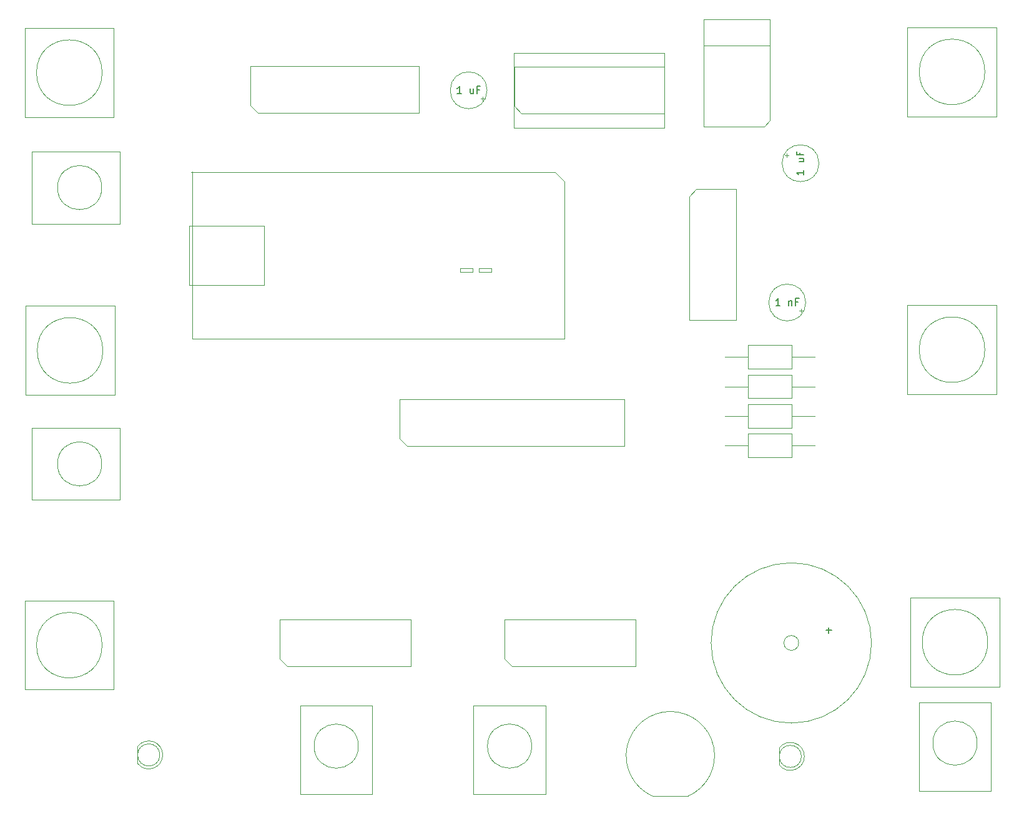
<source format=gbr>
G04 #@! TF.GenerationSoftware,KiCad,Pcbnew,(5.0.0)*
G04 #@! TF.CreationDate,2019-02-04T02:42:21+00:00*
G04 #@! TF.ProjectId,Maxime_Spikeling,4D6178696D655F5370696B656C696E67,rev?*
G04 #@! TF.SameCoordinates,Original*
G04 #@! TF.FileFunction,Other,Fab,Top*
%FSLAX46Y46*%
G04 Gerber Fmt 4.6, Leading zero omitted, Abs format (unit mm)*
G04 Created by KiCad (PCBNEW (5.0.0)) date 02/04/19 02:42:21*
%MOMM*%
%LPD*%
G01*
G04 APERTURE LIST*
%ADD10C,0.120000*%
%ADD11C,0.100000*%
%ADD12C,0.150000*%
G04 APERTURE END LIST*
D10*
G04 #@! TO.C,*
X85660000Y-59250000D02*
X87410000Y-59250000D01*
X87410000Y-59250000D02*
X87410000Y-59750000D01*
X87410000Y-59750000D02*
X85660000Y-59750000D01*
X85660000Y-59750000D02*
X85660000Y-59250000D01*
D11*
X116735000Y-49530000D02*
X117735000Y-48530000D01*
X116735000Y-66310000D02*
X116735000Y-49530000D01*
X123085000Y-66310000D02*
X116735000Y-66310000D01*
X123085000Y-48530000D02*
X123085000Y-66310000D01*
X117735000Y-48530000D02*
X123085000Y-48530000D01*
X48940000Y-53500000D02*
X48940000Y-61500000D01*
X59100000Y-61495000D02*
X48940000Y-61495000D01*
X59150000Y-61500000D02*
X59150000Y-53480000D01*
X48940000Y-53495000D02*
X59100000Y-53495000D01*
X49350000Y-68760000D02*
X49350000Y-46160000D01*
X49240000Y-46170000D02*
X98550000Y-46170000D01*
X98550000Y-46170000D02*
X99820000Y-47440000D01*
X99820000Y-47440000D02*
X99820000Y-68760000D01*
X99820000Y-68780000D02*
X49350000Y-68780000D01*
G04 #@! TO.C,Digital In 1*
X37145000Y-32700000D02*
G75*
G03X37145000Y-32700000I-4445000J0D01*
G01*
X26660000Y-26660000D02*
X38740000Y-26660000D01*
X26660000Y-26660000D02*
X26660000Y-38740000D01*
X26660000Y-38740000D02*
X38740000Y-38740000D01*
X38740000Y-26660000D02*
X38740000Y-38740000D01*
G04 #@! TO.C,Digital In 2*
X37245000Y-70400000D02*
G75*
G03X37245000Y-70400000I-4445000J0D01*
G01*
X26760000Y-64360000D02*
X38840000Y-64360000D01*
X26760000Y-64360000D02*
X26760000Y-76440000D01*
X26760000Y-76440000D02*
X38840000Y-76440000D01*
X38840000Y-64360000D02*
X38840000Y-76440000D01*
G04 #@! TO.C,Analog In*
X37145000Y-110400000D02*
G75*
G03X37145000Y-110400000I-4445000J0D01*
G01*
X26660000Y-104360000D02*
X38740000Y-104360000D01*
X26660000Y-104360000D02*
X26660000Y-116440000D01*
X26660000Y-116440000D02*
X38740000Y-116440000D01*
X38740000Y-104360000D02*
X38740000Y-116440000D01*
G04 #@! TO.C,Stimulus*
X157245000Y-110000000D02*
G75*
G03X157245000Y-110000000I-4445000J0D01*
G01*
X146760000Y-103960000D02*
X158840000Y-103960000D01*
X146760000Y-103960000D02*
X146760000Y-116040000D01*
X146760000Y-116040000D02*
X158840000Y-116040000D01*
X158840000Y-103960000D02*
X158840000Y-116040000D01*
G04 #@! TO.C,Digital Out*
X156845000Y-70300000D02*
G75*
G03X156845000Y-70300000I-4445000J0D01*
G01*
X146360000Y-64260000D02*
X158440000Y-64260000D01*
X146360000Y-64260000D02*
X146360000Y-76340000D01*
X146360000Y-76340000D02*
X158440000Y-76340000D01*
X158440000Y-64260000D02*
X158440000Y-76340000D01*
G04 #@! TO.C,Analog Out*
X156845000Y-32600000D02*
G75*
G03X156845000Y-32600000I-4445000J0D01*
G01*
X146360000Y-26560000D02*
X158440000Y-26560000D01*
X146360000Y-26560000D02*
X146360000Y-38640000D01*
X146360000Y-38640000D02*
X158440000Y-38640000D01*
X158440000Y-26560000D02*
X158440000Y-38640000D01*
G04 #@! TO.C,*
X92970000Y-30010000D02*
X92970000Y-40170000D01*
X113410000Y-30010000D02*
X92970000Y-30010000D01*
X113410000Y-40170000D02*
X113410000Y-30010000D01*
X92970000Y-40170000D02*
X113410000Y-40170000D01*
X94030000Y-38265000D02*
X93030000Y-37265000D01*
X113350000Y-38265000D02*
X94030000Y-38265000D01*
X113350000Y-31915000D02*
X113350000Y-38265000D01*
X93030000Y-31915000D02*
X113350000Y-31915000D01*
X93030000Y-37265000D02*
X93030000Y-31915000D01*
X62210000Y-113275000D02*
X61210000Y-112275000D01*
X78990000Y-113275000D02*
X62210000Y-113275000D01*
X78990000Y-106925000D02*
X78990000Y-113275000D01*
X61210000Y-106925000D02*
X78990000Y-106925000D01*
X61210000Y-112275000D02*
X61210000Y-106925000D01*
X92710000Y-113275000D02*
X91710000Y-112275000D01*
X109490000Y-113275000D02*
X92710000Y-113275000D01*
X109490000Y-106925000D02*
X109490000Y-113275000D01*
X91710000Y-106925000D02*
X109490000Y-106925000D01*
X91710000Y-112275000D02*
X91710000Y-106925000D01*
G04 #@! TO.C,Speaker*
X141475000Y-110100000D02*
G75*
G03X141475000Y-110100000I-10875000J0D01*
G01*
X131600000Y-110100000D02*
G75*
G03X131600000Y-110100000I-1000000J0D01*
G01*
G04 #@! TO.C,Mode*
X111810000Y-130900000D02*
X116590000Y-130900000D01*
X116592469Y-130898926D02*
G75*
G03X111810000Y-130900000I-2392469J5498926D01*
G01*
G04 #@! TO.C,Vm*
X95400000Y-124100000D02*
G75*
G03X95400000Y-124100000I-3000000J0D01*
G01*
X87500000Y-130600000D02*
X97300000Y-130600000D01*
X97300000Y-130600000D02*
X97300000Y-118600000D01*
X97300000Y-118600000D02*
X87500000Y-118600000D01*
X87500000Y-118600000D02*
X87500000Y-130600000D01*
G04 #@! TO.C,*
X71900000Y-124100000D02*
G75*
G03X71900000Y-124100000I-3000000J0D01*
G01*
X64000000Y-130600000D02*
X73800000Y-130600000D01*
X73800000Y-130600000D02*
X73800000Y-118600000D01*
X73800000Y-118600000D02*
X64000000Y-118600000D01*
X64000000Y-118600000D02*
X64000000Y-130600000D01*
X78530000Y-83365000D02*
X77530000Y-82365000D01*
X108010000Y-83365000D02*
X78530000Y-83365000D01*
X108010000Y-77015000D02*
X108010000Y-83365000D01*
X77530000Y-77015000D02*
X108010000Y-77015000D01*
X77530000Y-82365000D02*
X77530000Y-77015000D01*
X58230000Y-38165000D02*
X57230000Y-37165000D01*
X80090000Y-38165000D02*
X58230000Y-38165000D01*
X80090000Y-31815000D02*
X80090000Y-38165000D01*
X57230000Y-31815000D02*
X80090000Y-31815000D01*
X57230000Y-37165000D02*
X57230000Y-31815000D01*
G04 #@! TO.C,J8*
X41969445Y-126465476D02*
G75*
G03X41970000Y-124133810I1500555J1165476D01*
G01*
X44970000Y-125300000D02*
G75*
G03X44970000Y-125300000I-1500000J0D01*
G01*
X41970000Y-124133810D02*
X41970000Y-126466190D01*
G04 #@! TO.C,10 k\03A9*
X130680000Y-80900000D02*
X130680000Y-77700000D01*
X130680000Y-77700000D02*
X124740000Y-77700000D01*
X124740000Y-77700000D02*
X124740000Y-80900000D01*
X124740000Y-80900000D02*
X130680000Y-80900000D01*
X133800000Y-79300000D02*
X130680000Y-79300000D01*
X121620000Y-79300000D02*
X124740000Y-79300000D01*
G04 #@! TO.C,*
X133780000Y-83300000D02*
X130660000Y-83300000D01*
X121600000Y-83300000D02*
X124720000Y-83300000D01*
X130660000Y-81700000D02*
X124720000Y-81700000D01*
X130660000Y-84900000D02*
X130660000Y-81700000D01*
X124720000Y-84900000D02*
X130660000Y-84900000D01*
X124720000Y-81700000D02*
X124720000Y-84900000D01*
X155800000Y-123700000D02*
G75*
G03X155800000Y-123700000I-3000000J0D01*
G01*
X147900000Y-130200000D02*
X157700000Y-130200000D01*
X157700000Y-130200000D02*
X157700000Y-118200000D01*
X157700000Y-118200000D02*
X147900000Y-118200000D01*
X147900000Y-118200000D02*
X147900000Y-130200000D01*
G04 #@! TO.C,Synapse 1*
X39600000Y-43400000D02*
X27600000Y-43400000D01*
X39600000Y-53200000D02*
X39600000Y-43400000D01*
X27600000Y-53200000D02*
X39600000Y-53200000D01*
X27600000Y-43400000D02*
X27600000Y-53200000D01*
X37100000Y-48300000D02*
G75*
G03X37100000Y-48300000I-3000000J0D01*
G01*
G04 #@! TO.C,Synapse 2*
X39600000Y-80900000D02*
X27600000Y-80900000D01*
X39600000Y-90700000D02*
X39600000Y-80900000D01*
X27600000Y-90700000D02*
X39600000Y-90700000D01*
X27600000Y-80900000D02*
X27600000Y-90700000D01*
X37100000Y-85800000D02*
G75*
G03X37100000Y-85800000I-3000000J0D01*
G01*
G04 #@! TO.C,1 uF*
X134350000Y-45000000D02*
G75*
G03X134350000Y-45000000I-2500000J0D01*
G01*
X129716395Y-43912500D02*
X130216395Y-43912500D01*
X129966395Y-43662500D02*
X129966395Y-44162500D01*
X88733605Y-36437500D02*
X88733605Y-35937500D01*
X88983605Y-36187500D02*
X88483605Y-36187500D01*
X89350000Y-35100000D02*
G75*
G03X89350000Y-35100000I-2500000J0D01*
G01*
G04 #@! TO.C,LED*
X128969445Y-126665476D02*
G75*
G03X128970000Y-124333810I1500555J1165476D01*
G01*
X131970000Y-125500000D02*
G75*
G03X131970000Y-125500000I-1500000J0D01*
G01*
X128970000Y-124333810D02*
X128970000Y-126666190D01*
G04 #@! TO.C,*
X133780000Y-75300000D02*
X130660000Y-75300000D01*
X121600000Y-75300000D02*
X124720000Y-75300000D01*
X130660000Y-73700000D02*
X124720000Y-73700000D01*
X130660000Y-76900000D02*
X130660000Y-73700000D01*
X124720000Y-76900000D02*
X130660000Y-76900000D01*
X124720000Y-73700000D02*
X124720000Y-76900000D01*
G04 #@! TO.C,1 nF*
X132550000Y-63900000D02*
G75*
G03X132550000Y-63900000I-2500000J0D01*
G01*
X132183605Y-64987500D02*
X131683605Y-64987500D01*
X131933605Y-65237500D02*
X131933605Y-64737500D01*
G04 #@! TO.C,10 \03A9*
X121620000Y-71300000D02*
X124740000Y-71300000D01*
X133800000Y-71300000D02*
X130680000Y-71300000D01*
X124740000Y-72900000D02*
X130680000Y-72900000D01*
X124740000Y-69700000D02*
X124740000Y-72900000D01*
X130680000Y-69700000D02*
X124740000Y-69700000D01*
X130680000Y-72900000D02*
X130680000Y-69700000D01*
G04 #@! TO.C,5V*
X127700000Y-39200000D02*
X127700000Y-25500000D01*
X118700000Y-40000000D02*
X126950000Y-40000000D01*
X118700000Y-25500000D02*
X118700000Y-40000000D01*
X127700000Y-25500000D02*
X118700000Y-25500000D01*
X127700000Y-29000000D02*
X118700000Y-29000000D01*
X127705425Y-39196787D02*
X126950000Y-40000000D01*
D10*
G04 #@! TO.C,*
X88200000Y-59750000D02*
X88200000Y-59250000D01*
X89950000Y-59750000D02*
X88200000Y-59750000D01*
X89950000Y-59250000D02*
X89950000Y-59750000D01*
X88200000Y-59250000D02*
X89950000Y-59250000D01*
G04 #@! TD*
G04 #@! TO.C,*
D12*
G04 #@! TO.C,Digital In 1*
G04 #@! TO.C,Digital In 2*
G04 #@! TO.C,Analog In*
G04 #@! TO.C,Stimulus*
G04 #@! TO.C,Digital Out*
G04 #@! TO.C,Analog Out*
G04 #@! TO.C,*
G04 #@! TO.C,Speaker*
X135299047Y-108371428D02*
X136060952Y-108371428D01*
X135680000Y-108752380D02*
X135680000Y-107990476D01*
G04 #@! TO.C,Mode*
G04 #@! TO.C,Vm*
G04 #@! TO.C,*
G04 #@! TO.C,Synapse 1*
G04 #@! TO.C,Synapse 2*
G04 #@! TO.C,1 uF*
X132302380Y-45976190D02*
X132302380Y-46547619D01*
X132302380Y-46261904D02*
X131302380Y-46261904D01*
X131445238Y-46357142D01*
X131540476Y-46452380D01*
X131588095Y-46547619D01*
X131635714Y-44357142D02*
X132302380Y-44357142D01*
X131635714Y-44785714D02*
X132159523Y-44785714D01*
X132254761Y-44738095D01*
X132302380Y-44642857D01*
X132302380Y-44500000D01*
X132254761Y-44404761D01*
X132207142Y-44357142D01*
X131778571Y-43547619D02*
X131778571Y-43880952D01*
X132302380Y-43880952D02*
X131302380Y-43880952D01*
X131302380Y-43404761D01*
X85873809Y-35552380D02*
X85302380Y-35552380D01*
X85588095Y-35552380D02*
X85588095Y-34552380D01*
X85492857Y-34695238D01*
X85397619Y-34790476D01*
X85302380Y-34838095D01*
X87492857Y-34885714D02*
X87492857Y-35552380D01*
X87064285Y-34885714D02*
X87064285Y-35409523D01*
X87111904Y-35504761D01*
X87207142Y-35552380D01*
X87350000Y-35552380D01*
X87445238Y-35504761D01*
X87492857Y-35457142D01*
X88302380Y-35028571D02*
X87969047Y-35028571D01*
X87969047Y-35552380D02*
X87969047Y-34552380D01*
X88445238Y-34552380D01*
G04 #@! TO.C,LED*
G04 #@! TO.C,1 nF*
X129073809Y-64352380D02*
X128502380Y-64352380D01*
X128788095Y-64352380D02*
X128788095Y-63352380D01*
X128692857Y-63495238D01*
X128597619Y-63590476D01*
X128502380Y-63638095D01*
X130264285Y-63685714D02*
X130264285Y-64352380D01*
X130264285Y-63780952D02*
X130311904Y-63733333D01*
X130407142Y-63685714D01*
X130550000Y-63685714D01*
X130645238Y-63733333D01*
X130692857Y-63828571D01*
X130692857Y-64352380D01*
X131502380Y-63828571D02*
X131169047Y-63828571D01*
X131169047Y-64352380D02*
X131169047Y-63352380D01*
X131645238Y-63352380D01*
G04 #@! TO.C,5V*
G04 #@! TO.C,*
G04 #@! TD*
M02*

</source>
